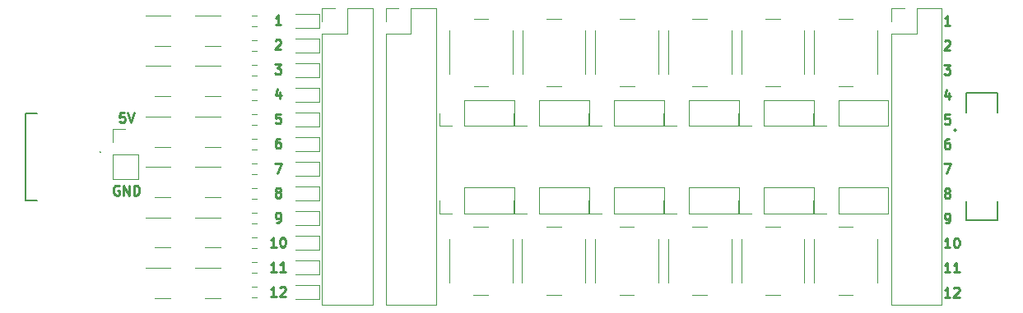
<source format=gbr>
%TF.GenerationSoftware,KiCad,Pcbnew,7.0.6*%
%TF.CreationDate,2023-08-04T15:36:24+02:00*%
%TF.ProjectId,Debug_BreakBoard,44656275-675f-4427-9265-616b426f6172,rev?*%
%TF.SameCoordinates,Original*%
%TF.FileFunction,Legend,Top*%
%TF.FilePolarity,Positive*%
%FSLAX46Y46*%
G04 Gerber Fmt 4.6, Leading zero omitted, Abs format (unit mm)*
G04 Created by KiCad (PCBNEW 7.0.6) date 2023-08-04 15:36:24*
%MOMM*%
%LPD*%
G01*
G04 APERTURE LIST*
%ADD10C,0.250000*%
%ADD11C,0.120000*%
%ADD12C,0.200000*%
%ADD13C,0.100000*%
G04 APERTURE END LIST*
D10*
X121267122Y-53486211D02*
X121886169Y-53486211D01*
X121886169Y-53486211D02*
X121552836Y-53867163D01*
X121552836Y-53867163D02*
X121695693Y-53867163D01*
X121695693Y-53867163D02*
X121790931Y-53914782D01*
X121790931Y-53914782D02*
X121838550Y-53962401D01*
X121838550Y-53962401D02*
X121886169Y-54057639D01*
X121886169Y-54057639D02*
X121886169Y-54295734D01*
X121886169Y-54295734D02*
X121838550Y-54390972D01*
X121838550Y-54390972D02*
X121790931Y-54438592D01*
X121790931Y-54438592D02*
X121695693Y-54486211D01*
X121695693Y-54486211D02*
X121409979Y-54486211D01*
X121409979Y-54486211D02*
X121314741Y-54438592D01*
X121314741Y-54438592D02*
X121267122Y-54390972D01*
X190679213Y-58631735D02*
X190203023Y-58631735D01*
X190203023Y-58631735D02*
X190155404Y-59107925D01*
X190155404Y-59107925D02*
X190203023Y-59060306D01*
X190203023Y-59060306D02*
X190298261Y-59012687D01*
X190298261Y-59012687D02*
X190536356Y-59012687D01*
X190536356Y-59012687D02*
X190631594Y-59060306D01*
X190631594Y-59060306D02*
X190679213Y-59107925D01*
X190679213Y-59107925D02*
X190726832Y-59203163D01*
X190726832Y-59203163D02*
X190726832Y-59441258D01*
X190726832Y-59441258D02*
X190679213Y-59536496D01*
X190679213Y-59536496D02*
X190631594Y-59584116D01*
X190631594Y-59584116D02*
X190536356Y-59631735D01*
X190536356Y-59631735D02*
X190298261Y-59631735D01*
X190298261Y-59631735D02*
X190203023Y-59584116D01*
X190203023Y-59584116D02*
X190155404Y-59536496D01*
X121838550Y-58577269D02*
X121362360Y-58577269D01*
X121362360Y-58577269D02*
X121314741Y-59053459D01*
X121314741Y-59053459D02*
X121362360Y-59005840D01*
X121362360Y-59005840D02*
X121457598Y-58958221D01*
X121457598Y-58958221D02*
X121695693Y-58958221D01*
X121695693Y-58958221D02*
X121790931Y-59005840D01*
X121790931Y-59005840D02*
X121838550Y-59053459D01*
X121838550Y-59053459D02*
X121886169Y-59148697D01*
X121886169Y-59148697D02*
X121886169Y-59386792D01*
X121886169Y-59386792D02*
X121838550Y-59482030D01*
X121838550Y-59482030D02*
X121790931Y-59529650D01*
X121790931Y-59529650D02*
X121695693Y-59577269D01*
X121695693Y-59577269D02*
X121457598Y-59577269D01*
X121457598Y-59577269D02*
X121362360Y-59529650D01*
X121362360Y-59529650D02*
X121314741Y-59482030D01*
X121505217Y-66642427D02*
X121409979Y-66594808D01*
X121409979Y-66594808D02*
X121362360Y-66547189D01*
X121362360Y-66547189D02*
X121314741Y-66451951D01*
X121314741Y-66451951D02*
X121314741Y-66404332D01*
X121314741Y-66404332D02*
X121362360Y-66309094D01*
X121362360Y-66309094D02*
X121409979Y-66261475D01*
X121409979Y-66261475D02*
X121505217Y-66213856D01*
X121505217Y-66213856D02*
X121695693Y-66213856D01*
X121695693Y-66213856D02*
X121790931Y-66261475D01*
X121790931Y-66261475D02*
X121838550Y-66309094D01*
X121838550Y-66309094D02*
X121886169Y-66404332D01*
X121886169Y-66404332D02*
X121886169Y-66451951D01*
X121886169Y-66451951D02*
X121838550Y-66547189D01*
X121838550Y-66547189D02*
X121790931Y-66594808D01*
X121790931Y-66594808D02*
X121695693Y-66642427D01*
X121695693Y-66642427D02*
X121505217Y-66642427D01*
X121505217Y-66642427D02*
X121409979Y-66690046D01*
X121409979Y-66690046D02*
X121362360Y-66737665D01*
X121362360Y-66737665D02*
X121314741Y-66832903D01*
X121314741Y-66832903D02*
X121314741Y-67023379D01*
X121314741Y-67023379D02*
X121362360Y-67118617D01*
X121362360Y-67118617D02*
X121409979Y-67166237D01*
X121409979Y-67166237D02*
X121505217Y-67213856D01*
X121505217Y-67213856D02*
X121695693Y-67213856D01*
X121695693Y-67213856D02*
X121790931Y-67166237D01*
X121790931Y-67166237D02*
X121838550Y-67118617D01*
X121838550Y-67118617D02*
X121886169Y-67023379D01*
X121886169Y-67023379D02*
X121886169Y-66832903D01*
X121886169Y-66832903D02*
X121838550Y-66737665D01*
X121838550Y-66737665D02*
X121790931Y-66690046D01*
X121790931Y-66690046D02*
X121695693Y-66642427D01*
X121790931Y-61122798D02*
X121600455Y-61122798D01*
X121600455Y-61122798D02*
X121505217Y-61170417D01*
X121505217Y-61170417D02*
X121457598Y-61218036D01*
X121457598Y-61218036D02*
X121362360Y-61360893D01*
X121362360Y-61360893D02*
X121314741Y-61551369D01*
X121314741Y-61551369D02*
X121314741Y-61932321D01*
X121314741Y-61932321D02*
X121362360Y-62027559D01*
X121362360Y-62027559D02*
X121409979Y-62075179D01*
X121409979Y-62075179D02*
X121505217Y-62122798D01*
X121505217Y-62122798D02*
X121695693Y-62122798D01*
X121695693Y-62122798D02*
X121790931Y-62075179D01*
X121790931Y-62075179D02*
X121838550Y-62027559D01*
X121838550Y-62027559D02*
X121886169Y-61932321D01*
X121886169Y-61932321D02*
X121886169Y-61694226D01*
X121886169Y-61694226D02*
X121838550Y-61598988D01*
X121838550Y-61598988D02*
X121790931Y-61551369D01*
X121790931Y-61551369D02*
X121695693Y-61503750D01*
X121695693Y-61503750D02*
X121505217Y-61503750D01*
X121505217Y-61503750D02*
X121409979Y-61551369D01*
X121409979Y-61551369D02*
X121362360Y-61598988D01*
X121362360Y-61598988D02*
X121314741Y-61694226D01*
X121409978Y-74850443D02*
X120838550Y-74850443D01*
X121124264Y-74850443D02*
X121124264Y-73850443D01*
X121124264Y-73850443D02*
X121029026Y-73993300D01*
X121029026Y-73993300D02*
X120933788Y-74088538D01*
X120933788Y-74088538D02*
X120838550Y-74136157D01*
X122362359Y-74850443D02*
X121790931Y-74850443D01*
X122076645Y-74850443D02*
X122076645Y-73850443D01*
X122076645Y-73850443D02*
X121981407Y-73993300D01*
X121981407Y-73993300D02*
X121886169Y-74088538D01*
X121886169Y-74088538D02*
X121790931Y-74136157D01*
X190726832Y-77450443D02*
X190155404Y-77450443D01*
X190441118Y-77450443D02*
X190441118Y-76450443D01*
X190441118Y-76450443D02*
X190345880Y-76593300D01*
X190345880Y-76593300D02*
X190250642Y-76688538D01*
X190250642Y-76688538D02*
X190155404Y-76736157D01*
X191107785Y-76545681D02*
X191155404Y-76498062D01*
X191155404Y-76498062D02*
X191250642Y-76450443D01*
X191250642Y-76450443D02*
X191488737Y-76450443D01*
X191488737Y-76450443D02*
X191583975Y-76498062D01*
X191583975Y-76498062D02*
X191631594Y-76545681D01*
X191631594Y-76545681D02*
X191679213Y-76640919D01*
X191679213Y-76640919D02*
X191679213Y-76736157D01*
X191679213Y-76736157D02*
X191631594Y-76879014D01*
X191631594Y-76879014D02*
X191060166Y-77450443D01*
X191060166Y-77450443D02*
X191679213Y-77450443D01*
X190155404Y-51090386D02*
X190203023Y-51042767D01*
X190203023Y-51042767D02*
X190298261Y-50995148D01*
X190298261Y-50995148D02*
X190536356Y-50995148D01*
X190536356Y-50995148D02*
X190631594Y-51042767D01*
X190631594Y-51042767D02*
X190679213Y-51090386D01*
X190679213Y-51090386D02*
X190726832Y-51185624D01*
X190726832Y-51185624D02*
X190726832Y-51280862D01*
X190726832Y-51280862D02*
X190679213Y-51423719D01*
X190679213Y-51423719D02*
X190107785Y-51995148D01*
X190107785Y-51995148D02*
X190726832Y-51995148D01*
X121409978Y-72304914D02*
X120838550Y-72304914D01*
X121124264Y-72304914D02*
X121124264Y-71304914D01*
X121124264Y-71304914D02*
X121029026Y-71447771D01*
X121029026Y-71447771D02*
X120933788Y-71543009D01*
X120933788Y-71543009D02*
X120838550Y-71590628D01*
X122029026Y-71304914D02*
X122124264Y-71304914D01*
X122124264Y-71304914D02*
X122219502Y-71352533D01*
X122219502Y-71352533D02*
X122267121Y-71400152D01*
X122267121Y-71400152D02*
X122314740Y-71495390D01*
X122314740Y-71495390D02*
X122362359Y-71685866D01*
X122362359Y-71685866D02*
X122362359Y-71923961D01*
X122362359Y-71923961D02*
X122314740Y-72114437D01*
X122314740Y-72114437D02*
X122267121Y-72209675D01*
X122267121Y-72209675D02*
X122219502Y-72257295D01*
X122219502Y-72257295D02*
X122124264Y-72304914D01*
X122124264Y-72304914D02*
X122029026Y-72304914D01*
X122029026Y-72304914D02*
X121933788Y-72257295D01*
X121933788Y-72257295D02*
X121886169Y-72209675D01*
X121886169Y-72209675D02*
X121838550Y-72114437D01*
X121838550Y-72114437D02*
X121790931Y-71923961D01*
X121790931Y-71923961D02*
X121790931Y-71685866D01*
X121790931Y-71685866D02*
X121838550Y-71495390D01*
X121838550Y-71495390D02*
X121886169Y-71400152D01*
X121886169Y-71400152D02*
X121933788Y-71352533D01*
X121933788Y-71352533D02*
X122029026Y-71304914D01*
X121886169Y-49395153D02*
X121314741Y-49395153D01*
X121600455Y-49395153D02*
X121600455Y-48395153D01*
X121600455Y-48395153D02*
X121505217Y-48538010D01*
X121505217Y-48538010D02*
X121409979Y-48633248D01*
X121409979Y-48633248D02*
X121314741Y-48680867D01*
X190631594Y-56419539D02*
X190631594Y-57086206D01*
X190393499Y-56038587D02*
X190155404Y-56752872D01*
X190155404Y-56752872D02*
X190774451Y-56752872D01*
X190345880Y-66696893D02*
X190250642Y-66649274D01*
X190250642Y-66649274D02*
X190203023Y-66601655D01*
X190203023Y-66601655D02*
X190155404Y-66506417D01*
X190155404Y-66506417D02*
X190155404Y-66458798D01*
X190155404Y-66458798D02*
X190203023Y-66363560D01*
X190203023Y-66363560D02*
X190250642Y-66315941D01*
X190250642Y-66315941D02*
X190345880Y-66268322D01*
X190345880Y-66268322D02*
X190536356Y-66268322D01*
X190536356Y-66268322D02*
X190631594Y-66315941D01*
X190631594Y-66315941D02*
X190679213Y-66363560D01*
X190679213Y-66363560D02*
X190726832Y-66458798D01*
X190726832Y-66458798D02*
X190726832Y-66506417D01*
X190726832Y-66506417D02*
X190679213Y-66601655D01*
X190679213Y-66601655D02*
X190631594Y-66649274D01*
X190631594Y-66649274D02*
X190536356Y-66696893D01*
X190536356Y-66696893D02*
X190345880Y-66696893D01*
X190345880Y-66696893D02*
X190250642Y-66744512D01*
X190250642Y-66744512D02*
X190203023Y-66792131D01*
X190203023Y-66792131D02*
X190155404Y-66887369D01*
X190155404Y-66887369D02*
X190155404Y-67077845D01*
X190155404Y-67077845D02*
X190203023Y-67173083D01*
X190203023Y-67173083D02*
X190250642Y-67220703D01*
X190250642Y-67220703D02*
X190345880Y-67268322D01*
X190345880Y-67268322D02*
X190536356Y-67268322D01*
X190536356Y-67268322D02*
X190631594Y-67220703D01*
X190631594Y-67220703D02*
X190679213Y-67173083D01*
X190679213Y-67173083D02*
X190726832Y-67077845D01*
X190726832Y-67077845D02*
X190726832Y-66887369D01*
X190726832Y-66887369D02*
X190679213Y-66792131D01*
X190679213Y-66792131D02*
X190631594Y-66744512D01*
X190631594Y-66744512D02*
X190536356Y-66696893D01*
X190726832Y-74904909D02*
X190155404Y-74904909D01*
X190441118Y-74904909D02*
X190441118Y-73904909D01*
X190441118Y-73904909D02*
X190345880Y-74047766D01*
X190345880Y-74047766D02*
X190250642Y-74143004D01*
X190250642Y-74143004D02*
X190155404Y-74190623D01*
X191679213Y-74904909D02*
X191107785Y-74904909D01*
X191393499Y-74904909D02*
X191393499Y-73904909D01*
X191393499Y-73904909D02*
X191298261Y-74047766D01*
X191298261Y-74047766D02*
X191203023Y-74143004D01*
X191203023Y-74143004D02*
X191107785Y-74190623D01*
X190726832Y-49449619D02*
X190155404Y-49449619D01*
X190441118Y-49449619D02*
X190441118Y-48449619D01*
X190441118Y-48449619D02*
X190345880Y-48592476D01*
X190345880Y-48592476D02*
X190250642Y-48687714D01*
X190250642Y-48687714D02*
X190155404Y-48735333D01*
X121409979Y-69759385D02*
X121600455Y-69759385D01*
X121600455Y-69759385D02*
X121695693Y-69711766D01*
X121695693Y-69711766D02*
X121743312Y-69664146D01*
X121743312Y-69664146D02*
X121838550Y-69521289D01*
X121838550Y-69521289D02*
X121886169Y-69330813D01*
X121886169Y-69330813D02*
X121886169Y-68949861D01*
X121886169Y-68949861D02*
X121838550Y-68854623D01*
X121838550Y-68854623D02*
X121790931Y-68807004D01*
X121790931Y-68807004D02*
X121695693Y-68759385D01*
X121695693Y-68759385D02*
X121505217Y-68759385D01*
X121505217Y-68759385D02*
X121409979Y-68807004D01*
X121409979Y-68807004D02*
X121362360Y-68854623D01*
X121362360Y-68854623D02*
X121314741Y-68949861D01*
X121314741Y-68949861D02*
X121314741Y-69187956D01*
X121314741Y-69187956D02*
X121362360Y-69283194D01*
X121362360Y-69283194D02*
X121409979Y-69330813D01*
X121409979Y-69330813D02*
X121505217Y-69378432D01*
X121505217Y-69378432D02*
X121695693Y-69378432D01*
X121695693Y-69378432D02*
X121790931Y-69330813D01*
X121790931Y-69330813D02*
X121838550Y-69283194D01*
X121838550Y-69283194D02*
X121886169Y-69187956D01*
X190107785Y-63722793D02*
X190774451Y-63722793D01*
X190774451Y-63722793D02*
X190345880Y-64722793D01*
X190726832Y-72359380D02*
X190155404Y-72359380D01*
X190441118Y-72359380D02*
X190441118Y-71359380D01*
X190441118Y-71359380D02*
X190345880Y-71502237D01*
X190345880Y-71502237D02*
X190250642Y-71597475D01*
X190250642Y-71597475D02*
X190155404Y-71645094D01*
X191345880Y-71359380D02*
X191441118Y-71359380D01*
X191441118Y-71359380D02*
X191536356Y-71406999D01*
X191536356Y-71406999D02*
X191583975Y-71454618D01*
X191583975Y-71454618D02*
X191631594Y-71549856D01*
X191631594Y-71549856D02*
X191679213Y-71740332D01*
X191679213Y-71740332D02*
X191679213Y-71978427D01*
X191679213Y-71978427D02*
X191631594Y-72168903D01*
X191631594Y-72168903D02*
X191583975Y-72264141D01*
X191583975Y-72264141D02*
X191536356Y-72311761D01*
X191536356Y-72311761D02*
X191441118Y-72359380D01*
X191441118Y-72359380D02*
X191345880Y-72359380D01*
X191345880Y-72359380D02*
X191250642Y-72311761D01*
X191250642Y-72311761D02*
X191203023Y-72264141D01*
X191203023Y-72264141D02*
X191155404Y-72168903D01*
X191155404Y-72168903D02*
X191107785Y-71978427D01*
X191107785Y-71978427D02*
X191107785Y-71740332D01*
X191107785Y-71740332D02*
X191155404Y-71549856D01*
X191155404Y-71549856D02*
X191203023Y-71454618D01*
X191203023Y-71454618D02*
X191250642Y-71406999D01*
X191250642Y-71406999D02*
X191345880Y-71359380D01*
X121314741Y-51035920D02*
X121362360Y-50988301D01*
X121362360Y-50988301D02*
X121457598Y-50940682D01*
X121457598Y-50940682D02*
X121695693Y-50940682D01*
X121695693Y-50940682D02*
X121790931Y-50988301D01*
X121790931Y-50988301D02*
X121838550Y-51035920D01*
X121838550Y-51035920D02*
X121886169Y-51131158D01*
X121886169Y-51131158D02*
X121886169Y-51226396D01*
X121886169Y-51226396D02*
X121838550Y-51369253D01*
X121838550Y-51369253D02*
X121267122Y-51940682D01*
X121267122Y-51940682D02*
X121886169Y-51940682D01*
X121409978Y-77395977D02*
X120838550Y-77395977D01*
X121124264Y-77395977D02*
X121124264Y-76395977D01*
X121124264Y-76395977D02*
X121029026Y-76538834D01*
X121029026Y-76538834D02*
X120933788Y-76634072D01*
X120933788Y-76634072D02*
X120838550Y-76681691D01*
X121790931Y-76491215D02*
X121838550Y-76443596D01*
X121838550Y-76443596D02*
X121933788Y-76395977D01*
X121933788Y-76395977D02*
X122171883Y-76395977D01*
X122171883Y-76395977D02*
X122267121Y-76443596D01*
X122267121Y-76443596D02*
X122314740Y-76491215D01*
X122314740Y-76491215D02*
X122362359Y-76586453D01*
X122362359Y-76586453D02*
X122362359Y-76681691D01*
X122362359Y-76681691D02*
X122314740Y-76824548D01*
X122314740Y-76824548D02*
X121743312Y-77395977D01*
X121743312Y-77395977D02*
X122362359Y-77395977D01*
X121790931Y-56365073D02*
X121790931Y-57031740D01*
X121552836Y-55984121D02*
X121314741Y-56698406D01*
X121314741Y-56698406D02*
X121933788Y-56698406D01*
X105809523Y-58449619D02*
X105333333Y-58449619D01*
X105333333Y-58449619D02*
X105285714Y-58925809D01*
X105285714Y-58925809D02*
X105333333Y-58878190D01*
X105333333Y-58878190D02*
X105428571Y-58830571D01*
X105428571Y-58830571D02*
X105666666Y-58830571D01*
X105666666Y-58830571D02*
X105761904Y-58878190D01*
X105761904Y-58878190D02*
X105809523Y-58925809D01*
X105809523Y-58925809D02*
X105857142Y-59021047D01*
X105857142Y-59021047D02*
X105857142Y-59259142D01*
X105857142Y-59259142D02*
X105809523Y-59354380D01*
X105809523Y-59354380D02*
X105761904Y-59402000D01*
X105761904Y-59402000D02*
X105666666Y-59449619D01*
X105666666Y-59449619D02*
X105428571Y-59449619D01*
X105428571Y-59449619D02*
X105333333Y-59402000D01*
X105333333Y-59402000D02*
X105285714Y-59354380D01*
X106142857Y-58449619D02*
X106476190Y-59449619D01*
X106476190Y-59449619D02*
X106809523Y-58449619D01*
X190250642Y-69813851D02*
X190441118Y-69813851D01*
X190441118Y-69813851D02*
X190536356Y-69766232D01*
X190536356Y-69766232D02*
X190583975Y-69718612D01*
X190583975Y-69718612D02*
X190679213Y-69575755D01*
X190679213Y-69575755D02*
X190726832Y-69385279D01*
X190726832Y-69385279D02*
X190726832Y-69004327D01*
X190726832Y-69004327D02*
X190679213Y-68909089D01*
X190679213Y-68909089D02*
X190631594Y-68861470D01*
X190631594Y-68861470D02*
X190536356Y-68813851D01*
X190536356Y-68813851D02*
X190345880Y-68813851D01*
X190345880Y-68813851D02*
X190250642Y-68861470D01*
X190250642Y-68861470D02*
X190203023Y-68909089D01*
X190203023Y-68909089D02*
X190155404Y-69004327D01*
X190155404Y-69004327D02*
X190155404Y-69242422D01*
X190155404Y-69242422D02*
X190203023Y-69337660D01*
X190203023Y-69337660D02*
X190250642Y-69385279D01*
X190250642Y-69385279D02*
X190345880Y-69432898D01*
X190345880Y-69432898D02*
X190536356Y-69432898D01*
X190536356Y-69432898D02*
X190631594Y-69385279D01*
X190631594Y-69385279D02*
X190679213Y-69337660D01*
X190679213Y-69337660D02*
X190726832Y-69242422D01*
X190107785Y-53540677D02*
X190726832Y-53540677D01*
X190726832Y-53540677D02*
X190393499Y-53921629D01*
X190393499Y-53921629D02*
X190536356Y-53921629D01*
X190536356Y-53921629D02*
X190631594Y-53969248D01*
X190631594Y-53969248D02*
X190679213Y-54016867D01*
X190679213Y-54016867D02*
X190726832Y-54112105D01*
X190726832Y-54112105D02*
X190726832Y-54350200D01*
X190726832Y-54350200D02*
X190679213Y-54445438D01*
X190679213Y-54445438D02*
X190631594Y-54493058D01*
X190631594Y-54493058D02*
X190536356Y-54540677D01*
X190536356Y-54540677D02*
X190250642Y-54540677D01*
X190250642Y-54540677D02*
X190155404Y-54493058D01*
X190155404Y-54493058D02*
X190107785Y-54445438D01*
X105238095Y-65997238D02*
X105142857Y-65949619D01*
X105142857Y-65949619D02*
X105000000Y-65949619D01*
X105000000Y-65949619D02*
X104857143Y-65997238D01*
X104857143Y-65997238D02*
X104761905Y-66092476D01*
X104761905Y-66092476D02*
X104714286Y-66187714D01*
X104714286Y-66187714D02*
X104666667Y-66378190D01*
X104666667Y-66378190D02*
X104666667Y-66521047D01*
X104666667Y-66521047D02*
X104714286Y-66711523D01*
X104714286Y-66711523D02*
X104761905Y-66806761D01*
X104761905Y-66806761D02*
X104857143Y-66902000D01*
X104857143Y-66902000D02*
X105000000Y-66949619D01*
X105000000Y-66949619D02*
X105095238Y-66949619D01*
X105095238Y-66949619D02*
X105238095Y-66902000D01*
X105238095Y-66902000D02*
X105285714Y-66854380D01*
X105285714Y-66854380D02*
X105285714Y-66521047D01*
X105285714Y-66521047D02*
X105095238Y-66521047D01*
X105714286Y-66949619D02*
X105714286Y-65949619D01*
X105714286Y-65949619D02*
X106285714Y-66949619D01*
X106285714Y-66949619D02*
X106285714Y-65949619D01*
X106761905Y-66949619D02*
X106761905Y-65949619D01*
X106761905Y-65949619D02*
X107000000Y-65949619D01*
X107000000Y-65949619D02*
X107142857Y-65997238D01*
X107142857Y-65997238D02*
X107238095Y-66092476D01*
X107238095Y-66092476D02*
X107285714Y-66187714D01*
X107285714Y-66187714D02*
X107333333Y-66378190D01*
X107333333Y-66378190D02*
X107333333Y-66521047D01*
X107333333Y-66521047D02*
X107285714Y-66711523D01*
X107285714Y-66711523D02*
X107238095Y-66806761D01*
X107238095Y-66806761D02*
X107142857Y-66902000D01*
X107142857Y-66902000D02*
X107000000Y-66949619D01*
X107000000Y-66949619D02*
X106761905Y-66949619D01*
X121267122Y-63668327D02*
X121933788Y-63668327D01*
X121933788Y-63668327D02*
X121505217Y-64668327D01*
X190631594Y-61177264D02*
X190441118Y-61177264D01*
X190441118Y-61177264D02*
X190345880Y-61224883D01*
X190345880Y-61224883D02*
X190298261Y-61272502D01*
X190298261Y-61272502D02*
X190203023Y-61415359D01*
X190203023Y-61415359D02*
X190155404Y-61605835D01*
X190155404Y-61605835D02*
X190155404Y-61986787D01*
X190155404Y-61986787D02*
X190203023Y-62082025D01*
X190203023Y-62082025D02*
X190250642Y-62129645D01*
X190250642Y-62129645D02*
X190345880Y-62177264D01*
X190345880Y-62177264D02*
X190536356Y-62177264D01*
X190536356Y-62177264D02*
X190631594Y-62129645D01*
X190631594Y-62129645D02*
X190679213Y-62082025D01*
X190679213Y-62082025D02*
X190726832Y-61986787D01*
X190726832Y-61986787D02*
X190726832Y-61748692D01*
X190726832Y-61748692D02*
X190679213Y-61653454D01*
X190679213Y-61653454D02*
X190631594Y-61605835D01*
X190631594Y-61605835D02*
X190536356Y-61558216D01*
X190536356Y-61558216D02*
X190345880Y-61558216D01*
X190345880Y-61558216D02*
X190250642Y-61605835D01*
X190250642Y-61605835D02*
X190203023Y-61653454D01*
X190203023Y-61653454D02*
X190155404Y-61748692D01*
D11*
%TO.C,J16*%
X184385000Y-59830000D02*
X184385000Y-57170000D01*
X179245000Y-59830000D02*
X184385000Y-59830000D01*
X177975000Y-59830000D02*
X176645000Y-59830000D01*
X179245000Y-57170000D02*
X184385000Y-57170000D01*
X176645000Y-59830000D02*
X176645000Y-58500000D01*
X179245000Y-59830000D02*
X179245000Y-57170000D01*
%TO.C,J15*%
X176690000Y-59830000D02*
X176690000Y-57170000D01*
X171550000Y-59830000D02*
X176690000Y-59830000D01*
X170280000Y-59830000D02*
X168950000Y-59830000D01*
X171550000Y-57170000D02*
X176690000Y-57170000D01*
X168950000Y-59830000D02*
X168950000Y-58500000D01*
X171550000Y-59830000D02*
X171550000Y-57170000D01*
%TO.C,J14*%
X168995000Y-59830000D02*
X168995000Y-57170000D01*
X163855000Y-59830000D02*
X168995000Y-59830000D01*
X162585000Y-59830000D02*
X161255000Y-59830000D01*
X163855000Y-57170000D02*
X168995000Y-57170000D01*
X161255000Y-59830000D02*
X161255000Y-58500000D01*
X163855000Y-59830000D02*
X163855000Y-57170000D01*
%TO.C,J13*%
X161300000Y-59830000D02*
X161300000Y-57170000D01*
X156160000Y-59830000D02*
X161300000Y-59830000D01*
X154890000Y-59830000D02*
X153560000Y-59830000D01*
X156160000Y-57170000D02*
X161300000Y-57170000D01*
X153560000Y-59830000D02*
X153560000Y-58500000D01*
X156160000Y-59830000D02*
X156160000Y-57170000D01*
%TO.C,J12*%
X153605000Y-59830000D02*
X153605000Y-57170000D01*
X148465000Y-59830000D02*
X153605000Y-59830000D01*
X147195000Y-59830000D02*
X145865000Y-59830000D01*
X148465000Y-57170000D02*
X153605000Y-57170000D01*
X145865000Y-59830000D02*
X145865000Y-58500000D01*
X148465000Y-59830000D02*
X148465000Y-57170000D01*
%TO.C,J11*%
X140770000Y-59830000D02*
X140770000Y-57170000D01*
X138170000Y-59830000D02*
X138170000Y-58500000D01*
X140770000Y-57170000D02*
X145910000Y-57170000D01*
X139500000Y-59830000D02*
X138170000Y-59830000D01*
X140770000Y-59830000D02*
X145910000Y-59830000D01*
X145910000Y-59830000D02*
X145910000Y-57170000D01*
%TO.C,J10*%
X184385000Y-68830000D02*
X184385000Y-66170000D01*
X179245000Y-68830000D02*
X184385000Y-68830000D01*
X177975000Y-68830000D02*
X176645000Y-68830000D01*
X179245000Y-66170000D02*
X184385000Y-66170000D01*
X176645000Y-68830000D02*
X176645000Y-67500000D01*
X179245000Y-68830000D02*
X179245000Y-66170000D01*
%TO.C,J9*%
X176690000Y-68830000D02*
X176690000Y-66170000D01*
X171550000Y-68830000D02*
X176690000Y-68830000D01*
X170280000Y-68830000D02*
X168950000Y-68830000D01*
X171550000Y-66170000D02*
X176690000Y-66170000D01*
X168950000Y-68830000D02*
X168950000Y-67500000D01*
X171550000Y-68830000D02*
X171550000Y-66170000D01*
%TO.C,J8*%
X132670000Y-50270000D02*
X135270000Y-50270000D01*
X132670000Y-50270000D02*
X132670000Y-78270000D01*
X132670000Y-49000000D02*
X132670000Y-47670000D01*
X132670000Y-78270000D02*
X137870000Y-78270000D01*
X137870000Y-47670000D02*
X137870000Y-78270000D01*
X135270000Y-50270000D02*
X135270000Y-47670000D01*
X132670000Y-47670000D02*
X134000000Y-47670000D01*
X135270000Y-47670000D02*
X137870000Y-47670000D01*
%TO.C,J7*%
X168995000Y-68830000D02*
X168995000Y-66170000D01*
X163855000Y-68830000D02*
X168995000Y-68830000D01*
X162585000Y-68830000D02*
X161255000Y-68830000D01*
X163855000Y-66170000D02*
X168995000Y-66170000D01*
X161255000Y-68830000D02*
X161255000Y-67500000D01*
X163855000Y-68830000D02*
X163855000Y-66170000D01*
%TO.C,J6*%
X161300000Y-68830000D02*
X161300000Y-66170000D01*
X156160000Y-68830000D02*
X161300000Y-68830000D01*
X154890000Y-68830000D02*
X153560000Y-68830000D01*
X156160000Y-66170000D02*
X161300000Y-66170000D01*
X153560000Y-68830000D02*
X153560000Y-67500000D01*
X156160000Y-68830000D02*
X156160000Y-66170000D01*
%TO.C,J5*%
X153605000Y-68830000D02*
X153605000Y-66170000D01*
X148465000Y-68830000D02*
X153605000Y-68830000D01*
X147195000Y-68830000D02*
X145865000Y-68830000D01*
X148465000Y-66170000D02*
X153605000Y-66170000D01*
X145865000Y-68830000D02*
X145865000Y-67500000D01*
X148465000Y-68830000D02*
X148465000Y-66170000D01*
%TO.C,J4*%
X126140000Y-50270000D02*
X128740000Y-50270000D01*
X126140000Y-50270000D02*
X126140000Y-78270000D01*
X126140000Y-49000000D02*
X126140000Y-47670000D01*
X126140000Y-78270000D02*
X131340000Y-78270000D01*
X131340000Y-47670000D02*
X131340000Y-78270000D01*
X128740000Y-50270000D02*
X128740000Y-47670000D01*
X126140000Y-47670000D02*
X127470000Y-47670000D01*
X128740000Y-47670000D02*
X131340000Y-47670000D01*
%TO.C,J3*%
X140770000Y-68830000D02*
X140770000Y-66170000D01*
X138170000Y-68830000D02*
X138170000Y-67500000D01*
X140770000Y-66170000D02*
X145910000Y-66170000D01*
X139500000Y-68830000D02*
X138170000Y-68830000D01*
X140770000Y-68830000D02*
X145910000Y-68830000D01*
X145910000Y-68830000D02*
X145910000Y-66170000D01*
%TO.C,J2*%
X184670000Y-50270000D02*
X187270000Y-50270000D01*
X184670000Y-50270000D02*
X184670000Y-78270000D01*
X184670000Y-49000000D02*
X184670000Y-47670000D01*
X184670000Y-78270000D02*
X189870000Y-78270000D01*
X189870000Y-47670000D02*
X189870000Y-78270000D01*
X187270000Y-50270000D02*
X187270000Y-47670000D01*
X184670000Y-47670000D02*
X186000000Y-47670000D01*
X187270000Y-47670000D02*
X189870000Y-47670000D01*
%TO.C,R11*%
X118908231Y-73877500D02*
X119417679Y-73877500D01*
X118908231Y-74922500D02*
X119417679Y-74922500D01*
%TO.C,SW8*%
X149226000Y-55750000D02*
X150726000Y-55750000D01*
X153226000Y-54500000D02*
X153226000Y-50000000D01*
X146726000Y-50000000D02*
X146726000Y-54500000D01*
X150726000Y-48750000D02*
X149226000Y-48750000D01*
%TO.C,U3*%
X114887500Y-58840000D02*
X113087500Y-58840000D01*
X114887500Y-58840000D02*
X115687500Y-58840000D01*
X114887500Y-61960000D02*
X114087500Y-61960000D01*
X114887500Y-61960000D02*
X115687500Y-61960000D01*
%TO.C,D10*%
X125868572Y-72595000D02*
X125868572Y-71125000D01*
X125868572Y-71125000D02*
X123408572Y-71125000D01*
X123408572Y-72595000D02*
X125868572Y-72595000D01*
%TO.C,R5*%
X118908231Y-58637500D02*
X119417679Y-58637500D01*
X118908231Y-59682500D02*
X119417679Y-59682500D01*
%TO.C,U8*%
X109750000Y-53640000D02*
X107950000Y-53640000D01*
X109750000Y-53640000D02*
X110550000Y-53640000D01*
X109750000Y-56760000D02*
X108950000Y-56760000D01*
X109750000Y-56760000D02*
X110550000Y-56760000D01*
%TO.C,D5*%
X125868572Y-59895000D02*
X125868572Y-58425000D01*
X125868572Y-58425000D02*
X123408572Y-58425000D01*
X123408572Y-59895000D02*
X125868572Y-59895000D01*
%TO.C,U9*%
X109750000Y-58840000D02*
X107950000Y-58840000D01*
X109750000Y-58840000D02*
X110550000Y-58840000D01*
X109750000Y-61960000D02*
X108950000Y-61960000D01*
X109750000Y-61960000D02*
X110550000Y-61960000D01*
%TO.C,R2*%
X118908231Y-51017500D02*
X119417679Y-51017500D01*
X118908231Y-52062500D02*
X119417679Y-52062500D01*
%TO.C,R6*%
X118908231Y-61177500D02*
X119417679Y-61177500D01*
X118908231Y-62222500D02*
X119417679Y-62222500D01*
%TO.C,SW4*%
X164230000Y-77250000D02*
X165730000Y-77250000D01*
X168230000Y-76000000D02*
X168230000Y-71500000D01*
X161730000Y-71500000D02*
X161730000Y-76000000D01*
X165730000Y-70250000D02*
X164230000Y-70250000D01*
%TO.C,D9*%
X125868572Y-70055000D02*
X125868572Y-68585000D01*
X125868572Y-68585000D02*
X123408572Y-68585000D01*
X123408572Y-70055000D02*
X125868572Y-70055000D01*
%TO.C,U2*%
X114887500Y-53640000D02*
X113087500Y-53640000D01*
X114887500Y-53640000D02*
X115687500Y-53640000D01*
X114887500Y-56760000D02*
X114087500Y-56760000D01*
X114887500Y-56760000D02*
X115687500Y-56760000D01*
%TO.C,U1*%
X114887500Y-48440000D02*
X113087500Y-48440000D01*
X114887500Y-48440000D02*
X115687500Y-48440000D01*
X114887500Y-51560000D02*
X114087500Y-51560000D01*
X114887500Y-51560000D02*
X115687500Y-51560000D01*
%TO.C,D12*%
X125868572Y-77675000D02*
X125868572Y-76205000D01*
X125868572Y-76205000D02*
X123408572Y-76205000D01*
X123408572Y-77675000D02*
X125868572Y-77675000D01*
%TO.C,U6*%
X114887500Y-74440000D02*
X113087500Y-74440000D01*
X114887500Y-74440000D02*
X115687500Y-74440000D01*
X114887500Y-77560000D02*
X114087500Y-77560000D01*
X114887500Y-77560000D02*
X115687500Y-77560000D01*
%TO.C,D4*%
X125868572Y-57355000D02*
X125868572Y-55885000D01*
X125868572Y-55885000D02*
X123408572Y-55885000D01*
X123408572Y-57355000D02*
X125868572Y-57355000D01*
%TO.C,R10*%
X118908231Y-71337500D02*
X119417679Y-71337500D01*
X118908231Y-72382500D02*
X119417679Y-72382500D01*
%TO.C,D6*%
X125868572Y-62435000D02*
X125868572Y-60965000D01*
X125868572Y-60965000D02*
X123408572Y-60965000D01*
X123408572Y-62435000D02*
X125868572Y-62435000D01*
%TO.C,U4*%
X114887500Y-64040000D02*
X113087500Y-64040000D01*
X114887500Y-64040000D02*
X115687500Y-64040000D01*
X114887500Y-67160000D02*
X114087500Y-67160000D01*
X114887500Y-67160000D02*
X115687500Y-67160000D01*
%TO.C,SW5*%
X171740000Y-77250000D02*
X173240000Y-77250000D01*
X175740000Y-76000000D02*
X175740000Y-71500000D01*
X169240000Y-71500000D02*
X169240000Y-76000000D01*
X173240000Y-70250000D02*
X171740000Y-70250000D01*
%TO.C,SW7*%
X141720000Y-55750000D02*
X143220000Y-55750000D01*
X145720000Y-54500000D02*
X145720000Y-50000000D01*
X139220000Y-50000000D02*
X139220000Y-54500000D01*
X143220000Y-48750000D02*
X141720000Y-48750000D01*
%TO.C,R4*%
X118908231Y-56097500D02*
X119417679Y-56097500D01*
X118908231Y-57142500D02*
X119417679Y-57142500D01*
%TO.C,D3*%
X125868572Y-54815000D02*
X125868572Y-53345000D01*
X125868572Y-53345000D02*
X123408572Y-53345000D01*
X123408572Y-54815000D02*
X125868572Y-54815000D01*
%TO.C,SW6*%
X179250000Y-77250000D02*
X180750000Y-77250000D01*
X183250000Y-76000000D02*
X183250000Y-71500000D01*
X176750000Y-71500000D02*
X176750000Y-76000000D01*
X180750000Y-70250000D02*
X179250000Y-70250000D01*
%TO.C,J17*%
X104570000Y-60130000D02*
X105900000Y-60130000D01*
X104570000Y-61460000D02*
X104570000Y-60130000D01*
X104570000Y-62730000D02*
X104570000Y-65330000D01*
X104570000Y-62730000D02*
X107230000Y-62730000D01*
X104570000Y-65330000D02*
X107230000Y-65330000D01*
X107230000Y-62730000D02*
X107230000Y-65330000D01*
%TO.C,D2*%
X125868572Y-52275000D02*
X125868572Y-50805000D01*
X125868572Y-50805000D02*
X123408572Y-50805000D01*
X123408572Y-52275000D02*
X125868572Y-52275000D01*
%TO.C,U10*%
X109750000Y-64040000D02*
X107950000Y-64040000D01*
X109750000Y-64040000D02*
X110550000Y-64040000D01*
X109750000Y-67160000D02*
X108950000Y-67160000D01*
X109750000Y-67160000D02*
X110550000Y-67160000D01*
%TO.C,SW3*%
X156720000Y-77250000D02*
X158220000Y-77250000D01*
X160720000Y-76000000D02*
X160720000Y-71500000D01*
X154220000Y-71500000D02*
X154220000Y-76000000D01*
X158220000Y-70250000D02*
X156720000Y-70250000D01*
%TO.C,D1*%
X125868572Y-49735000D02*
X125868572Y-48265000D01*
X125868572Y-48265000D02*
X123408572Y-48265000D01*
X123408572Y-49735000D02*
X125868572Y-49735000D01*
%TO.C,SW10*%
X164238000Y-55750000D02*
X165738000Y-55750000D01*
X168238000Y-54500000D02*
X168238000Y-50000000D01*
X161738000Y-50000000D02*
X161738000Y-54500000D01*
X165738000Y-48750000D02*
X164238000Y-48750000D01*
%TO.C,D8*%
X125868572Y-67515000D02*
X125868572Y-66045000D01*
X125868572Y-66045000D02*
X123408572Y-66045000D01*
X123408572Y-67515000D02*
X125868572Y-67515000D01*
%TO.C,U12*%
X109750000Y-74440000D02*
X107950000Y-74440000D01*
X109750000Y-74440000D02*
X110550000Y-74440000D01*
X109750000Y-77560000D02*
X108950000Y-77560000D01*
X109750000Y-77560000D02*
X110550000Y-77560000D01*
%TO.C,SW12*%
X179250000Y-55750000D02*
X180750000Y-55750000D01*
X183250000Y-54500000D02*
X183250000Y-50000000D01*
X176750000Y-50000000D02*
X176750000Y-54500000D01*
X180750000Y-48750000D02*
X179250000Y-48750000D01*
%TO.C,U11*%
X109750000Y-69240000D02*
X107950000Y-69240000D01*
X109750000Y-69240000D02*
X110550000Y-69240000D01*
X109750000Y-72360000D02*
X108950000Y-72360000D01*
X109750000Y-72360000D02*
X110550000Y-72360000D01*
%TO.C,D7*%
X125868572Y-64975000D02*
X125868572Y-63505000D01*
X125868572Y-63505000D02*
X123408572Y-63505000D01*
X123408572Y-64975000D02*
X125868572Y-64975000D01*
%TO.C,R7*%
X118908231Y-63717500D02*
X119417679Y-63717500D01*
X118908231Y-64762500D02*
X119417679Y-64762500D01*
%TO.C,R9*%
X118908231Y-68797500D02*
X119417679Y-68797500D01*
X118908231Y-69842500D02*
X119417679Y-69842500D01*
D12*
%TO.C,J1*%
X192350000Y-69550000D02*
X192350000Y-67550000D01*
X195650000Y-69550000D02*
X192350000Y-69550000D01*
X195650000Y-67550000D02*
X195650000Y-69550000D01*
X195650000Y-58450000D02*
X195650000Y-56450000D01*
X192350000Y-56450000D02*
X192350000Y-58450000D01*
X195650000Y-56450000D02*
X192350000Y-56450000D01*
X191350000Y-60250000D02*
G75*
G03*
X191350000Y-60250000I-100000J0D01*
G01*
D11*
%TO.C,SW1*%
X141700000Y-77250000D02*
X143200000Y-77250000D01*
X145700000Y-76000000D02*
X145700000Y-71500000D01*
X139200000Y-71500000D02*
X139200000Y-76000000D01*
X143200000Y-70250000D02*
X141700000Y-70250000D01*
%TO.C,R1*%
X118908231Y-48477500D02*
X119417679Y-48477500D01*
X118908231Y-49522500D02*
X119417679Y-49522500D01*
%TO.C,D11*%
X125868572Y-75135000D02*
X125868572Y-73665000D01*
X125868572Y-73665000D02*
X123408572Y-73665000D01*
X123408572Y-75135000D02*
X125868572Y-75135000D01*
%TO.C,R12*%
X118908231Y-76417500D02*
X119417679Y-76417500D01*
X118908231Y-77462500D02*
X119417679Y-77462500D01*
%TO.C,U7*%
X109750000Y-48440000D02*
X107950000Y-48440000D01*
X109750000Y-48440000D02*
X110550000Y-48440000D01*
X109750000Y-51560000D02*
X108950000Y-51560000D01*
X109750000Y-51560000D02*
X110550000Y-51560000D01*
%TO.C,SW2*%
X149210000Y-77250000D02*
X150710000Y-77250000D01*
X153210000Y-76000000D02*
X153210000Y-71500000D01*
X146710000Y-71500000D02*
X146710000Y-76000000D01*
X150710000Y-70250000D02*
X149210000Y-70250000D01*
%TO.C,R8*%
X118908231Y-66257500D02*
X119417679Y-66257500D01*
X118908231Y-67302500D02*
X119417679Y-67302500D01*
%TO.C,R3*%
X118908231Y-53557500D02*
X119417679Y-53557500D01*
X118908231Y-54602500D02*
X119417679Y-54602500D01*
%TO.C,U5*%
X114887500Y-69240000D02*
X113087500Y-69240000D01*
X114887500Y-69240000D02*
X115687500Y-69240000D01*
X114887500Y-72360000D02*
X114087500Y-72360000D01*
X114887500Y-72360000D02*
X115687500Y-72360000D01*
D12*
%TO.C,P1*%
X96800000Y-58530000D02*
X95600000Y-58530000D01*
X95600000Y-58530000D02*
X95600000Y-67470000D01*
D13*
X103300000Y-62500000D02*
X103300000Y-62500000D01*
X103200000Y-62500000D02*
X103200000Y-62500000D01*
D12*
X95600000Y-67470000D02*
X96800000Y-67470000D01*
D13*
X103200000Y-62500000D02*
G75*
G03*
X103300000Y-62500000I50000J0D01*
G01*
X103300000Y-62500000D02*
G75*
G03*
X103200000Y-62500000I-50000J0D01*
G01*
D11*
%TO.C,SW11*%
X171744000Y-55750000D02*
X173244000Y-55750000D01*
X175744000Y-54500000D02*
X175744000Y-50000000D01*
X169244000Y-50000000D02*
X169244000Y-54500000D01*
X173244000Y-48750000D02*
X171744000Y-48750000D01*
%TO.C,SW9*%
X156732000Y-55750000D02*
X158232000Y-55750000D01*
X160732000Y-54500000D02*
X160732000Y-50000000D01*
X154232000Y-50000000D02*
X154232000Y-54500000D01*
X158232000Y-48750000D02*
X156732000Y-48750000D01*
%TD*%
M02*

</source>
